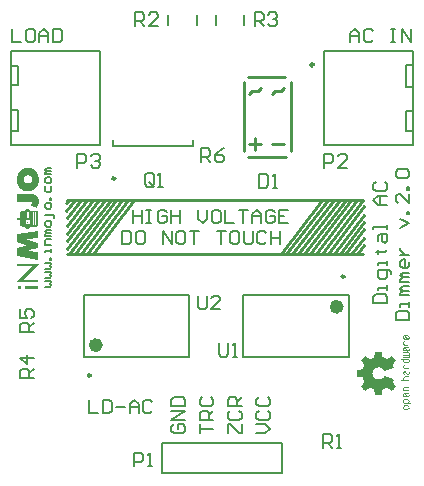
<source format=gto>
%FSLAX24Y24*%
%MOIN*%
G70*
G01*
G75*
G04 Layer_Color=65535*
%ADD10R,0.1024X0.0433*%
%ADD11R,0.0512X0.0591*%
%ADD12R,0.0591X0.0984*%
%ADD13R,0.2205X0.2677*%
%ADD14R,0.0591X0.0512*%
%ADD15R,0.0709X0.0906*%
%ADD16R,0.0551X0.0669*%
%ADD17C,0.0600*%
%ADD18C,0.0300*%
%ADD19C,0.0120*%
%ADD20C,0.0160*%
%ADD21C,0.1654*%
%ADD22C,0.0630*%
%ADD23R,0.0630X0.0630*%
%ADD24C,0.0709*%
%ADD25R,0.0709X0.0709*%
%ADD26C,0.0320*%
%ADD27C,0.0098*%
%ADD28C,0.0236*%
%ADD29C,0.0100*%
%ADD30C,0.0079*%
%ADD31C,0.0080*%
%ADD32C,0.0080*%
%ADD33C,0.0060*%
G36*
X13424Y2742D02*
X13427D01*
X13432Y2738D01*
X13442Y2733D01*
X13449Y2723D01*
X13454Y2718D01*
X13461Y2708D01*
X13468Y2694D01*
X13473Y2674D01*
Y2672D01*
Y2669D01*
X13471Y2655D01*
X13464Y2637D01*
X13449Y2620D01*
X13444Y2618D01*
X13434Y2611D01*
X13417Y2601D01*
X13395Y2598D01*
X13315D01*
X13305Y2601D01*
X13295Y2603D01*
X13293Y2606D01*
X13288Y2608D01*
X13271Y2620D01*
X13268Y2623D01*
X13266Y2628D01*
X13256Y2642D01*
Y2645D01*
X13254Y2652D01*
Y2662D01*
Y2674D01*
Y2677D01*
Y2684D01*
X13256Y2701D01*
Y2703D01*
X13258Y2708D01*
X13271Y2723D01*
X13273Y2725D01*
X13278Y2730D01*
X13285Y2738D01*
X13295Y2742D01*
X13298D01*
X13305Y2745D01*
X13315Y2747D01*
X13405D01*
X13424Y2742D01*
D02*
G37*
G36*
X771Y10670D02*
X779D01*
X800Y10668D01*
X825Y10663D01*
X851Y10658D01*
X878Y10650D01*
X903Y10639D01*
X904D01*
X906Y10638D01*
X909Y10636D01*
X915Y10634D01*
X927Y10627D01*
X943Y10617D01*
X961Y10604D01*
X979Y10590D01*
X999Y10573D01*
X1018Y10554D01*
X1020Y10552D01*
X1026Y10545D01*
X1034Y10534D01*
X1045Y10519D01*
X1056Y10500D01*
X1068Y10479D01*
X1079Y10454D01*
X1089Y10429D01*
Y10428D01*
X1091Y10425D01*
X1092Y10422D01*
X1093Y10416D01*
X1095Y10410D01*
X1098Y10402D01*
X1101Y10383D01*
X1106Y10360D01*
X1111Y10334D01*
X1113Y10306D01*
X1114Y10276D01*
Y10275D01*
Y10273D01*
Y10268D01*
Y10262D01*
X1113Y10255D01*
Y10247D01*
X1111Y10226D01*
X1108Y10203D01*
X1104Y10177D01*
X1098Y10150D01*
X1089Y10122D01*
Y10121D01*
X1088Y10118D01*
X1087Y10115D01*
X1085Y10110D01*
X1079Y10096D01*
X1071Y10080D01*
X1061Y10060D01*
X1048Y10039D01*
X1034Y10018D01*
X1018Y9997D01*
X1017D01*
X1016Y9994D01*
X1010Y9988D01*
X999Y9978D01*
X985Y9966D01*
X969Y9953D01*
X949Y9939D01*
X928Y9925D01*
X903Y9912D01*
X902D01*
X900Y9911D01*
X896Y9910D01*
X892Y9908D01*
X885Y9905D01*
X878Y9903D01*
X859Y9897D01*
X835Y9891D01*
X810Y9887D01*
X780Y9883D01*
X749Y9882D01*
X735D01*
X726Y9883D01*
X718D01*
X698Y9885D01*
X675Y9889D01*
X649Y9895D01*
X622Y9902D01*
X596Y9912D01*
X595D01*
X593Y9913D01*
X589Y9916D01*
X585Y9918D01*
X572Y9925D01*
X557Y9935D01*
X538Y9946D01*
X519Y9961D01*
X499Y9978D01*
X481Y9997D01*
Y9998D01*
X478Y9999D01*
X472Y10006D01*
X464Y10018D01*
X454Y10033D01*
X441Y10050D01*
X429Y10073D01*
X416Y10096D01*
X406Y10122D01*
Y10123D01*
X404Y10125D01*
X403Y10129D01*
X401Y10135D01*
X400Y10142D01*
X397Y10149D01*
X392Y10169D01*
X387Y10192D01*
X383Y10218D01*
X380Y10246D01*
X379Y10276D01*
Y10278D01*
Y10280D01*
Y10285D01*
Y10291D01*
X380Y10298D01*
Y10306D01*
X382Y10326D01*
X386Y10349D01*
X390Y10375D01*
X396Y10402D01*
X406Y10429D01*
Y10430D01*
X407Y10432D01*
X408Y10436D01*
X410Y10440D01*
X416Y10454D01*
X426Y10472D01*
X436Y10491D01*
X449Y10512D01*
X463Y10534D01*
X481Y10554D01*
Y10555D01*
X483Y10556D01*
X489Y10563D01*
X499Y10573D01*
X513Y10584D01*
X530Y10599D01*
X550Y10613D01*
X572Y10627D01*
X596Y10639D01*
X598D01*
X600Y10641D01*
X604Y10643D01*
X608Y10644D01*
X615Y10647D01*
X622Y10650D01*
X641Y10656D01*
X663Y10661D01*
X689Y10666D01*
X718Y10670D01*
X749Y10671D01*
X763D01*
X771Y10670D01*
D02*
G37*
G36*
X13424Y2950D02*
X13427D01*
X13432Y2945D01*
X13442Y2940D01*
X13449Y2930D01*
X13454Y2926D01*
X13461Y2916D01*
X13468Y2901D01*
X13473Y2882D01*
Y2877D01*
X13471Y2867D01*
X13466Y2852D01*
X13459Y2838D01*
X13534D01*
X13549Y2806D01*
X13315D01*
X13305Y2808D01*
X13295Y2811D01*
X13293Y2813D01*
X13288Y2816D01*
X13271Y2828D01*
X13268Y2830D01*
X13266Y2835D01*
X13256Y2850D01*
Y2852D01*
X13254Y2860D01*
Y2869D01*
Y2882D01*
Y2884D01*
Y2889D01*
X13256Y2906D01*
Y2908D01*
X13258Y2916D01*
X13271Y2930D01*
X13273Y2933D01*
X13278Y2938D01*
X13285Y2945D01*
X13295Y2950D01*
X13298D01*
X13305Y2952D01*
X13315Y2955D01*
X13405D01*
X13424Y2950D01*
D02*
G37*
G36*
X13473Y3340D02*
X13322D01*
X13317Y3338D01*
X13305Y3333D01*
X13302D01*
X13298Y3331D01*
X13293Y3326D01*
X13290Y3321D01*
X13285Y3311D01*
X13283Y3306D01*
Y3294D01*
Y3292D01*
Y3289D01*
X13285Y3277D01*
X13288Y3272D01*
X13298Y3262D01*
Y3260D01*
X13302Y3257D01*
X13310Y3253D01*
X13324Y3250D01*
X13459D01*
X13471Y3218D01*
X13315D01*
X13305Y3221D01*
X13295Y3223D01*
X13293Y3226D01*
X13288Y3228D01*
X13271Y3240D01*
X13268Y3243D01*
X13266Y3248D01*
X13256Y3262D01*
Y3265D01*
X13254Y3272D01*
Y3282D01*
Y3294D01*
Y3297D01*
Y3304D01*
X13256Y3321D01*
Y3323D01*
X13258Y3331D01*
X13271Y3348D01*
X13273Y3350D01*
X13278Y3353D01*
X13295Y3365D01*
X13298Y3367D01*
X13305Y3370D01*
X13315Y3372D01*
X13459D01*
X13473Y3340D01*
D02*
G37*
G36*
X13422Y3155D02*
X13424D01*
X13432Y3150D01*
X13439Y3145D01*
X13449Y3138D01*
X13454Y3133D01*
X13461Y3123D01*
X13468Y3109D01*
X13473Y3089D01*
Y3087D01*
Y3077D01*
X13471Y3067D01*
X13466Y3057D01*
X13464Y3055D01*
X13461Y3050D01*
X13449Y3033D01*
X13446D01*
X13442Y3028D01*
X13434Y3023D01*
X13424Y3018D01*
X13422D01*
X13417Y3016D01*
X13407Y3013D01*
X13315D01*
X13305Y3016D01*
X13295Y3018D01*
X13293Y3021D01*
X13288Y3023D01*
X13271Y3033D01*
X13268Y3035D01*
X13266Y3040D01*
X13256Y3057D01*
Y3060D01*
X13254Y3067D01*
Y3077D01*
Y3089D01*
Y3092D01*
Y3096D01*
X13256Y3113D01*
Y3116D01*
X13258Y3123D01*
X13271Y3140D01*
X13273Y3143D01*
X13278Y3148D01*
X13285Y3153D01*
X13295Y3155D01*
X13298D01*
X13302Y3157D01*
X13312Y3160D01*
X13341D01*
X13395Y3043D01*
X13398D01*
X13405Y3045D01*
X13415Y3050D01*
X13427Y3057D01*
Y3060D01*
X13432Y3062D01*
X13437Y3070D01*
Y3072D01*
X13439Y3074D01*
X13442Y3089D01*
Y3092D01*
Y3094D01*
X13437Y3106D01*
Y3109D01*
X13434Y3111D01*
X13427Y3121D01*
X13424D01*
X13422Y3123D01*
X13412Y3126D01*
X13410D01*
X13407Y3128D01*
X13395D01*
X13378Y3160D01*
X13405D01*
X13422Y3155D01*
D02*
G37*
G36*
X890Y9791D02*
X903Y9789D01*
X919Y9787D01*
X935Y9783D01*
X951Y9779D01*
X969Y9773D01*
X971Y9772D01*
X976Y9769D01*
X984Y9766D01*
X995Y9760D01*
X1008Y9753D01*
X1020Y9745D01*
X1033Y9734D01*
X1046Y9723D01*
X1047Y9721D01*
X1052Y9717D01*
X1058Y9710D01*
X1065Y9702D01*
X1073Y9690D01*
X1081Y9677D01*
X1089Y9663D01*
X1097Y9646D01*
X1098Y9644D01*
X1099Y9638D01*
X1102Y9630D01*
X1105Y9617D01*
X1108Y9603D01*
X1112Y9587D01*
X1113Y9568D01*
X1114Y9548D01*
Y9547D01*
Y9546D01*
Y9539D01*
X1113Y9528D01*
X1112Y9513D01*
X1109Y9497D01*
X1105Y9478D01*
X1100Y9457D01*
X1093Y9436D01*
Y9435D01*
X1092Y9433D01*
X1089Y9426D01*
X1084Y9416D01*
X1078Y9403D01*
X1070Y9387D01*
X1060Y9370D01*
X1048Y9354D01*
X1037Y9337D01*
X817Y9424D01*
X818D01*
X819Y9425D01*
X825Y9428D01*
X834Y9431D01*
X844Y9435D01*
X846Y9436D01*
X852Y9438D01*
X859Y9443D01*
X867Y9447D01*
X868Y9449D01*
X873Y9453D01*
X879Y9459D01*
X885Y9466D01*
X886Y9469D01*
X888Y9474D01*
X890Y9483D01*
X892Y9493D01*
Y9494D01*
Y9495D01*
X890Y9502D01*
X888Y9509D01*
X885Y9518D01*
X883Y9519D01*
X879Y9522D01*
X873Y9527D01*
X865Y9531D01*
X862Y9532D01*
X858Y9533D01*
X849Y9535D01*
X840Y9536D01*
X838D01*
X832Y9538D01*
X824Y9539D01*
X390D01*
Y9792D01*
X880D01*
X890Y9791D01*
D02*
G37*
G36*
X1102Y6631D02*
X667D01*
Y6715D01*
X1102D01*
Y6631D01*
D02*
G37*
G36*
X477Y6729D02*
X483Y6728D01*
X490Y6725D01*
X497Y6723D01*
X503Y6718D01*
X510Y6713D01*
X511Y6711D01*
X512Y6710D01*
X515Y6705D01*
X517Y6701D01*
X523Y6688D01*
X524Y6681D01*
X525Y6672D01*
Y6670D01*
Y6668D01*
X524Y6663D01*
X523Y6657D01*
X518Y6643D01*
X515Y6638D01*
X510Y6631D01*
X509Y6629D01*
X506Y6628D01*
X503Y6626D01*
X498Y6622D01*
X485Y6617D01*
X478Y6615D01*
X469Y6614D01*
X464D01*
X461Y6615D01*
X455Y6617D01*
X441Y6621D01*
X434Y6625D01*
X427Y6631D01*
X426Y6632D01*
X424Y6634D01*
X421Y6638D01*
X417Y6642D01*
X411Y6655D01*
X410Y6662D01*
X409Y6672D01*
Y6673D01*
Y6676D01*
X410Y6680D01*
X411Y6686D01*
X414Y6693D01*
X416Y6700D01*
X421Y6707D01*
X427Y6713D01*
X428Y6714D01*
X430Y6715D01*
X434Y6718D01*
X438Y6722D01*
X451Y6728D01*
X459Y6729D01*
X469Y6730D01*
X472D01*
X477Y6729D01*
D02*
G37*
G36*
X580Y6937D02*
X1102D01*
Y6850D01*
X368D01*
X920Y7376D01*
X401D01*
Y7464D01*
X1130D01*
X580Y6937D01*
D02*
G37*
G36*
X777Y9302D02*
X779Y9300D01*
X780Y9298D01*
X782Y9295D01*
X783Y9292D01*
Y9274D01*
X813D01*
X818Y9272D01*
X824Y9269D01*
X825Y9268D01*
X827Y9267D01*
X830Y9265D01*
X831Y9262D01*
Y9238D01*
X1026D01*
X1032Y9237D01*
X1039Y9235D01*
X1048Y9232D01*
X1057Y9228D01*
X1066Y9223D01*
X1075Y9214D01*
X1077Y9213D01*
X1079Y9211D01*
X1082Y9205D01*
X1086Y9199D01*
X1091Y9190D01*
X1094Y9180D01*
X1097Y9169D01*
X1098Y9156D01*
Y8781D01*
Y8780D01*
Y8779D01*
X1097Y8772D01*
X1095Y8761D01*
X1092Y8751D01*
Y8749D01*
X1091Y8748D01*
X1087Y8742D01*
X1082Y8734D01*
X1075Y8726D01*
X1073Y8725D01*
X1068Y8720D01*
X1060Y8714D01*
X1051Y8709D01*
X1050D01*
X1048Y8707D01*
X1041Y8706D01*
X1032Y8704D01*
X1022Y8703D01*
X831D01*
Y8682D01*
Y8680D01*
X830Y8679D01*
X827Y8676D01*
X824Y8673D01*
X822D01*
X819Y8672D01*
X814Y8671D01*
X808Y8670D01*
X783D01*
Y8652D01*
Y8651D01*
Y8650D01*
X782Y8646D01*
X779Y8644D01*
X778D01*
X777Y8643D01*
X774Y8642D01*
X772Y8641D01*
X701D01*
X698Y8642D01*
X695Y8644D01*
X694Y8645D01*
X693Y8646D01*
X691Y8649D01*
X690Y8652D01*
Y8670D01*
X674D01*
X669Y8671D01*
X664Y8673D01*
X663Y8675D01*
X661Y8676D01*
X659Y8678D01*
X657Y8682D01*
Y8703D01*
X566D01*
X559Y8704D01*
X550Y8705D01*
X539Y8709D01*
X538D01*
X537Y8710D01*
X530Y8713D01*
X522Y8719D01*
X513Y8726D01*
X511Y8728D01*
X506Y8733D01*
X500Y8741D01*
X495Y8751D01*
Y8752D01*
X493Y8753D01*
X490Y8760D01*
X488Y8769D01*
X486Y8781D01*
Y8947D01*
X447D01*
X445Y8946D01*
X443Y8943D01*
X438Y8937D01*
X431Y8931D01*
X429Y8930D01*
X424Y8928D01*
X416Y8925D01*
X407Y8924D01*
X404D01*
X397Y8925D01*
X388Y8929D01*
X379Y8936D01*
X378D01*
X376Y8938D01*
X372Y8944D01*
X368Y8952D01*
X366Y8958D01*
Y8964D01*
Y8965D01*
Y8967D01*
X367Y8974D01*
X372Y8984D01*
X374Y8988D01*
X379Y8993D01*
X381Y8995D01*
X387Y8999D01*
X395Y9002D01*
X407Y9005D01*
X409D01*
X415Y9004D01*
X422Y9001D01*
X431Y8997D01*
X433Y8995D01*
X437Y8992D01*
X442Y8985D01*
X445Y8976D01*
X486D01*
Y9156D01*
Y9157D01*
Y9159D01*
Y9162D01*
X488Y9166D01*
X490Y9177D01*
X495Y9189D01*
Y9190D01*
X496Y9191D01*
X499Y9198D01*
X505Y9206D01*
X513Y9214D01*
X516Y9217D01*
X520Y9220D01*
X529Y9226D01*
X539Y9231D01*
X540D01*
X541Y9232D01*
X548Y9234D01*
X558Y9237D01*
X568Y9238D01*
X657D01*
Y9262D01*
X659Y9265D01*
X660Y9266D01*
X664Y9269D01*
X666Y9271D01*
X668Y9272D01*
X673Y9273D01*
X678Y9274D01*
X690D01*
Y9292D01*
Y9293D01*
Y9294D01*
X693Y9298D01*
X695Y9300D01*
X696Y9301D01*
X697Y9302D01*
X701Y9303D01*
X774D01*
X777Y9302D01*
D02*
G37*
G36*
X1102Y8313D02*
X712Y8279D01*
Y8274D01*
X714D01*
X716Y8273D01*
X719D01*
X724Y8272D01*
X736Y8268D01*
X749Y8266D01*
X750D01*
X752Y8265D01*
X756D01*
X759Y8264D01*
X771Y8260D01*
X784Y8257D01*
X1102Y8153D01*
Y8002D01*
X801Y7910D01*
X800D01*
X798Y7909D01*
X793Y7908D01*
X787Y7906D01*
X773Y7903D01*
X758Y7899D01*
X755D01*
X750Y7898D01*
X744Y7897D01*
X729Y7896D01*
X712Y7893D01*
Y7885D01*
X716D01*
X721Y7884D01*
X726D01*
X741Y7883D01*
X756Y7882D01*
X764D01*
X769Y7881D01*
X783Y7879D01*
X799Y7878D01*
X1102Y7848D01*
Y7598D01*
X390Y7713D01*
Y7980D01*
X765Y8077D01*
Y8084D01*
X764D01*
X762Y8086D01*
X757D01*
X750Y8087D01*
X736Y8089D01*
X718Y8091D01*
X717D01*
X714Y8093D01*
X709Y8094D01*
X703Y8095D01*
X688Y8098D01*
X670Y8102D01*
X390Y8183D01*
Y8446D01*
X1102Y8563D01*
Y8313D01*
D02*
G37*
G36*
X13420Y5083D02*
X13429Y5078D01*
X13432D01*
X13437Y5074D01*
X13446Y5069D01*
X13454Y5059D01*
X13456Y5057D01*
X13461Y5052D01*
X13468Y5047D01*
X13473Y5037D01*
Y5035D01*
X13476Y5030D01*
X13478Y5022D01*
Y5010D01*
Y5008D01*
Y5000D01*
X13476Y4991D01*
X13473Y4981D01*
Y4978D01*
X13468Y4971D01*
X13464Y4964D01*
X13454Y4954D01*
X13451D01*
X13446Y4949D01*
X13439Y4944D01*
X13429Y4939D01*
X13427D01*
X13422Y4937D01*
X13405Y4934D01*
X13324D01*
X13315Y4937D01*
X13302Y4939D01*
X13300Y4942D01*
X13295Y4944D01*
X13278Y4954D01*
X13276Y4956D01*
X13273Y4961D01*
X13263Y4978D01*
Y4981D01*
X13261Y4988D01*
X13258Y4998D01*
Y5010D01*
Y5013D01*
Y5017D01*
X13263Y5035D01*
Y5037D01*
X13268Y5044D01*
X13273Y5054D01*
X13278Y5064D01*
X13280Y5066D01*
X13285Y5069D01*
X13302Y5078D01*
X13305Y5081D01*
X13310Y5083D01*
X13322Y5086D01*
X13351D01*
X13400Y4964D01*
X13403D01*
X13410Y4966D01*
X13420Y4971D01*
X13432Y4978D01*
X13434Y4981D01*
X13437Y4988D01*
X13442Y4998D01*
X13444Y5010D01*
Y5013D01*
X13442Y5020D01*
X13439Y5030D01*
X13432Y5042D01*
X13429Y5044D01*
X13422Y5049D01*
X13415Y5052D01*
X13405Y5054D01*
X13400D01*
X13385Y5086D01*
X13412D01*
X13420Y5083D01*
D02*
G37*
G36*
X13437Y4510D02*
X13444Y4507D01*
X13446D01*
X13449Y4505D01*
X13464Y4498D01*
X13466Y4495D01*
X13471Y4485D01*
X13476Y4471D01*
X13478Y4456D01*
Y4454D01*
X13476Y4444D01*
X13471Y4432D01*
X13464Y4422D01*
X13466Y4419D01*
X13471Y4410D01*
X13476Y4395D01*
X13478Y4380D01*
Y4378D01*
X13476Y4368D01*
X13471Y4356D01*
X13464Y4341D01*
X13461D01*
X13456Y4336D01*
X13444Y4332D01*
X13439D01*
X13432Y4329D01*
X13271D01*
X13256Y4361D01*
X13434D01*
X13437Y4363D01*
X13442Y4368D01*
Y4371D01*
X13444Y4373D01*
Y4375D01*
Y4380D01*
Y4383D01*
Y4388D01*
Y4390D01*
X13442Y4395D01*
Y4397D01*
X13439Y4400D01*
X13434Y4402D01*
X13432D01*
X13429Y4405D01*
X13271D01*
X13256Y4436D01*
X13434D01*
X13437Y4439D01*
X13442Y4444D01*
Y4446D01*
X13444Y4449D01*
Y4451D01*
Y4456D01*
Y4458D01*
Y4463D01*
Y4466D01*
X13442Y4471D01*
Y4473D01*
X13439Y4476D01*
X13434Y4478D01*
X13432D01*
X13429Y4480D01*
X13271D01*
X13256Y4512D01*
X13429D01*
X13437Y4510D01*
D02*
G37*
G36*
X13429Y4292D02*
X13432D01*
X13437Y4288D01*
X13446Y4283D01*
X13454Y4273D01*
X13456Y4270D01*
X13461Y4266D01*
X13468Y4258D01*
X13473Y4249D01*
Y4246D01*
X13476Y4241D01*
X13478Y4224D01*
Y4222D01*
Y4214D01*
X13476Y4205D01*
X13473Y4192D01*
Y4190D01*
X13468Y4185D01*
X13464Y4178D01*
X13454Y4170D01*
X13451Y4168D01*
X13446Y4166D01*
X13439Y4158D01*
X13429Y4153D01*
X13427D01*
X13422Y4151D01*
X13405Y4148D01*
X13324D01*
X13315Y4151D01*
X13302Y4153D01*
X13300Y4156D01*
X13295Y4158D01*
X13278Y4170D01*
X13276Y4173D01*
X13273Y4178D01*
X13263Y4192D01*
Y4195D01*
X13261Y4202D01*
X13258Y4212D01*
Y4224D01*
Y4227D01*
Y4231D01*
X13261Y4246D01*
Y4249D01*
X13263Y4253D01*
X13271Y4266D01*
X13193D01*
X13180Y4297D01*
X13412D01*
X13429Y4292D01*
D02*
G37*
G36*
X13346Y4856D02*
X13329D01*
X13322Y4854D01*
X13312Y4851D01*
X13302Y4844D01*
X13300D01*
X13298Y4839D01*
X13290Y4829D01*
X13288Y4825D01*
Y4812D01*
Y4808D01*
X13290Y4795D01*
X13293Y4790D01*
X13302Y4781D01*
X13305Y4778D01*
X13315Y4776D01*
X13320D01*
X13332Y4773D01*
X13464D01*
X13476Y4742D01*
X13334Y4739D01*
X13312D01*
X13302Y4742D01*
X13300D01*
X13295Y4746D01*
X13288Y4751D01*
X13278Y4761D01*
X13276Y4764D01*
X13273Y4768D01*
X13263Y4783D01*
Y4786D01*
X13261Y4793D01*
X13258Y4810D01*
Y4812D01*
Y4822D01*
X13261Y4832D01*
X13263Y4842D01*
Y4844D01*
X13266Y4851D01*
X13278Y4866D01*
X13280Y4869D01*
X13285Y4871D01*
X13302Y4881D01*
X13305Y4883D01*
X13310Y4886D01*
X13322Y4888D01*
X13334D01*
X13346Y4856D01*
D02*
G37*
G36*
X13476Y4661D02*
X13368Y4659D01*
X13395Y4595D01*
Y4593D01*
X13398Y4588D01*
X13400Y4581D01*
X13405Y4576D01*
X13407D01*
X13417Y4573D01*
X13427D01*
X13432Y4576D01*
X13437Y4578D01*
X13442Y4588D01*
Y4590D01*
X13444Y4595D01*
X13446Y4607D01*
Y4610D01*
Y4612D01*
X13444Y4620D01*
Y4622D01*
X13442Y4629D01*
X13473Y4639D01*
Y4637D01*
X13476Y4624D01*
Y4620D01*
X13478Y4607D01*
Y4605D01*
Y4598D01*
X13476Y4588D01*
X13473Y4576D01*
Y4573D01*
X13468Y4568D01*
X13464Y4561D01*
X13454Y4554D01*
X13451Y4551D01*
X13444Y4549D01*
X13434Y4544D01*
X13417Y4541D01*
X13412D01*
X13398Y4546D01*
X13390Y4551D01*
X13381Y4556D01*
X13371Y4566D01*
X13363Y4578D01*
X13332Y4661D01*
X13329D01*
X13322Y4659D01*
X13312Y4656D01*
X13302Y4646D01*
X13300D01*
X13298Y4642D01*
X13290Y4632D01*
X13288Y4627D01*
Y4615D01*
Y4612D01*
X13290Y4605D01*
X13293Y4595D01*
X13302Y4585D01*
X13305Y4583D01*
X13310Y4581D01*
X13320Y4576D01*
X13332Y4573D01*
X13346Y4541D01*
X13334Y4544D01*
X13312D01*
X13302Y4546D01*
X13300D01*
X13295Y4551D01*
X13288Y4556D01*
X13278Y4563D01*
X13276Y4566D01*
X13273Y4571D01*
X13263Y4588D01*
Y4590D01*
X13261Y4595D01*
X13258Y4605D01*
Y4615D01*
Y4617D01*
Y4624D01*
X13263Y4642D01*
Y4644D01*
X13268Y4651D01*
X13278Y4666D01*
X13280Y4668D01*
X13285Y4673D01*
X13293Y4678D01*
X13302Y4683D01*
X13305Y4685D01*
X13310Y4688D01*
X13322Y4690D01*
X13464D01*
X13476Y4661D01*
D02*
G37*
G36*
X12536Y4529D02*
Y4527D01*
X12538Y4524D01*
X12541Y4510D01*
Y4507D01*
X12543Y4500D01*
Y4498D01*
X12546Y4493D01*
X12570Y4351D01*
X12575Y4349D01*
X12577Y4346D01*
X12580Y4344D01*
X12717Y4290D01*
X12719Y4288D01*
X12721D01*
X12726Y4290D01*
X12846Y4368D01*
X12848Y4371D01*
X12853Y4373D01*
X12856Y4375D01*
X12861Y4378D01*
X12870Y4385D01*
X12873Y4388D01*
X12878Y4390D01*
X12880D01*
X12883Y4385D01*
X12897Y4375D01*
X12907Y4363D01*
X12946Y4329D01*
X12958Y4317D01*
X12992Y4283D01*
X13005Y4270D01*
X13014Y4258D01*
Y4256D01*
X13017Y4251D01*
Y4249D01*
X13014Y4244D01*
X13007Y4231D01*
X13005Y4229D01*
X13002Y4224D01*
X13000Y4222D01*
X12995Y4217D01*
X12917Y4105D01*
X12914Y4102D01*
Y4097D01*
X12917Y4092D01*
X12929Y4070D01*
X12931Y4068D01*
X12934Y4063D01*
Y4061D01*
X12936Y4053D01*
X12953Y4031D01*
Y4029D01*
Y4024D01*
X12951Y4022D01*
X12948Y4019D01*
X12922Y4007D01*
X12919D01*
X12914Y4004D01*
X12907D01*
X12670Y3904D01*
X12668D01*
X12663Y3902D01*
X12660D01*
X12656Y3899D01*
X12638Y3892D01*
X12636D01*
X12634Y3890D01*
X12631Y3892D01*
X12629Y3895D01*
X12616Y3912D01*
X12614Y3914D01*
X12612D01*
X12609Y3917D01*
Y3919D01*
X12607Y3921D01*
X12604Y3926D01*
X12599Y3934D01*
X12590Y3943D01*
X12568Y3965D01*
X12538Y3987D01*
X12536Y3990D01*
X12531Y3992D01*
X12521Y3997D01*
X12509Y4002D01*
X12494Y4007D01*
X12477Y4009D01*
X12458Y4014D01*
X12421D01*
X12411Y4012D01*
X12385Y4007D01*
X12358Y3997D01*
X12355D01*
X12350Y3995D01*
X12336Y3987D01*
X12316Y3973D01*
X12294Y3953D01*
X12292D01*
X12289Y3948D01*
X12280Y3936D01*
X12265Y3914D01*
X12253Y3890D01*
Y3887D01*
X12250Y3882D01*
X12248Y3875D01*
X12243Y3865D01*
X12238Y3841D01*
X12236Y3812D01*
Y3809D01*
Y3804D01*
Y3797D01*
X12238Y3785D01*
X12243Y3760D01*
X12253Y3731D01*
Y3729D01*
X12255Y3726D01*
X12263Y3709D01*
X12277Y3690D01*
X12294Y3668D01*
X12299Y3663D01*
X12311Y3653D01*
X12333Y3638D01*
X12358Y3624D01*
X12360D01*
X12365Y3621D01*
X12372Y3619D01*
X12382Y3616D01*
X12407Y3611D01*
X12438Y3609D01*
X12448D01*
X12458Y3611D01*
X12470D01*
X12504Y3619D01*
X12538Y3633D01*
X12541Y3636D01*
X12546Y3638D01*
X12553Y3643D01*
X12563Y3653D01*
X12587Y3672D01*
X12609Y3702D01*
X12612Y3704D01*
X12614Y3707D01*
Y3709D01*
X12616Y3714D01*
X12629Y3729D01*
Y3731D01*
X12634Y3733D01*
X12638D01*
X12656Y3726D01*
X12658Y3724D01*
X12663Y3721D01*
X12665D01*
X12670Y3719D01*
X12907Y3621D01*
X12909Y3619D01*
X12914Y3616D01*
X12917D01*
X12922Y3614D01*
X12948Y3604D01*
X12951Y3602D01*
X12953Y3599D01*
Y3597D01*
Y3594D01*
X12936Y3570D01*
Y3568D01*
X12934Y3563D01*
X12931Y3560D01*
X12929Y3555D01*
X12917Y3531D01*
X12914Y3528D01*
Y3524D01*
Y3521D01*
X12917Y3516D01*
X12995Y3404D01*
X12997Y3402D01*
X13002Y3397D01*
X13005Y3394D01*
X13007Y3389D01*
X13014Y3377D01*
X13017Y3375D01*
Y3370D01*
X13014Y3365D01*
X13005Y3353D01*
X12992Y3343D01*
X12958Y3306D01*
X12946Y3294D01*
X12907Y3257D01*
X12897Y3245D01*
X12883Y3233D01*
X12870D01*
X12861Y3245D01*
X12858D01*
X12853Y3248D01*
X12851Y3250D01*
X12846Y3253D01*
X12726Y3336D01*
X12717D01*
X12580Y3279D01*
X12577Y3277D01*
X12575Y3275D01*
X12573Y3272D01*
X12570Y3270D01*
X12546Y3131D01*
X12543Y3128D01*
Y3121D01*
X12541Y3118D01*
Y3113D01*
X12538Y3094D01*
Y3092D01*
X12536Y3089D01*
X12534D01*
X12531Y3087D01*
X12341D01*
X12338Y3089D01*
X12336Y3094D01*
X12333Y3113D01*
Y3116D01*
Y3121D01*
Y3123D01*
X12328Y3131D01*
X12302Y3272D01*
Y3275D01*
Y3279D01*
X12299Y3282D01*
X12294Y3284D01*
X12167Y3338D01*
X12155D01*
X12031Y3253D01*
X12028Y3250D01*
X12023Y3248D01*
X12021D01*
X12016Y3245D01*
X12004Y3233D01*
X12001D01*
X11996Y3231D01*
X11994Y3233D01*
X11989D01*
X11977Y3245D01*
X11965Y3257D01*
X11931Y3294D01*
X11918Y3306D01*
X11884Y3343D01*
X11872Y3353D01*
X11862Y3365D01*
Y3367D01*
X11860Y3370D01*
Y3372D01*
X11862Y3377D01*
X11870Y3389D01*
Y3392D01*
X11872Y3394D01*
X11879Y3404D01*
X11965Y3531D01*
Y3533D01*
X11967Y3536D01*
Y3538D01*
X11965Y3543D01*
X11916Y3668D01*
Y3670D01*
X11913Y3675D01*
X11911Y3677D01*
X11909D01*
X11757Y3707D01*
X11740D01*
X11721Y3712D01*
X11716D01*
X11713Y3714D01*
Y3719D01*
Y3738D01*
Y3753D01*
Y3804D01*
Y3819D01*
Y3870D01*
Y3885D01*
Y3904D01*
Y3907D01*
X11716Y3909D01*
X11718Y3912D01*
X11721Y3914D01*
X11740Y3917D01*
X11747D01*
X11750Y3919D01*
X11757D01*
X11909Y3946D01*
X11911D01*
X11913Y3948D01*
Y3951D01*
X11916Y3956D01*
X11965Y4075D01*
Y4078D01*
X11967Y4080D01*
Y4085D01*
X11965Y4092D01*
X11879Y4214D01*
X11877Y4217D01*
X11874Y4222D01*
X11872Y4224D01*
X11870Y4229D01*
X11862Y4241D01*
X11860Y4244D01*
X11857Y4249D01*
Y4251D01*
X11862Y4256D01*
X11872Y4268D01*
X11884Y4280D01*
X11918Y4314D01*
X11931Y4327D01*
X11965Y4361D01*
X11977Y4373D01*
X11989Y4385D01*
X11992Y4388D01*
X11999D01*
X12004Y4385D01*
X12016Y4375D01*
X12018Y4373D01*
X12023Y4371D01*
X12026Y4368D01*
X12031Y4366D01*
X12155Y4283D01*
X12158D01*
X12162Y4280D01*
X12167D01*
X12294Y4334D01*
Y4336D01*
X12297Y4339D01*
X12299Y4341D01*
X12302Y4344D01*
X12328Y4490D01*
X12331Y4493D01*
X12333Y4498D01*
Y4500D01*
Y4507D01*
X12336Y4522D01*
Y4524D01*
X12338Y4527D01*
X12341Y4529D01*
X12346Y4532D01*
X12365Y4534D01*
X12380Y4532D01*
X12429Y4534D01*
X12446Y4532D01*
X12497Y4534D01*
X12512Y4532D01*
X12531Y4534D01*
X12534D01*
X12536Y4529D01*
D02*
G37*
G36*
X13346Y4065D02*
X13327D01*
X13315Y4063D01*
X13312D01*
X13310Y4061D01*
X13302Y4058D01*
X13300D01*
X13298Y4053D01*
X13290Y4043D01*
X13288Y4039D01*
Y4026D01*
Y4024D01*
X13290Y4017D01*
X13293Y4007D01*
X13302Y3995D01*
X13305Y3992D01*
X13310Y3990D01*
X13320Y3985D01*
X13332Y3982D01*
X13464D01*
X13476Y3951D01*
X13322D01*
X13312Y3953D01*
X13302Y3956D01*
X13300Y3958D01*
X13295Y3961D01*
X13278Y3973D01*
X13276Y3975D01*
X13273Y3980D01*
X13263Y3995D01*
Y3997D01*
X13261Y4004D01*
X13258Y4014D01*
Y4026D01*
Y4029D01*
Y4036D01*
X13263Y4053D01*
Y4056D01*
X13266Y4061D01*
X13271Y4070D01*
X13278Y4080D01*
X13280Y4083D01*
X13285Y4085D01*
X13302Y4095D01*
X13305Y4097D01*
X13310Y4100D01*
X13322Y4102D01*
X13334D01*
X13346Y4065D01*
D02*
G37*
G36*
X13476Y3875D02*
X13368D01*
X13395Y3807D01*
Y3804D01*
X13398Y3802D01*
X13405Y3790D01*
X13407Y3787D01*
X13412Y3785D01*
X13417Y3782D01*
X13420D01*
X13424Y3785D01*
X13427Y3787D01*
X13432Y3792D01*
X13434Y3795D01*
X13439Y3799D01*
X13444Y3807D01*
X13446Y3819D01*
Y3821D01*
Y3824D01*
X13444Y3831D01*
Y3834D01*
Y3836D01*
X13442Y3843D01*
X13473Y3856D01*
Y3851D01*
X13476Y3838D01*
Y3836D01*
Y3834D01*
X13478Y3819D01*
Y3816D01*
Y3812D01*
X13476Y3802D01*
X13473Y3792D01*
Y3790D01*
X13468Y3785D01*
X13464Y3777D01*
X13454Y3770D01*
X13451Y3768D01*
X13449Y3765D01*
X13437Y3755D01*
X13432D01*
X13417Y3753D01*
X13412D01*
X13398Y3758D01*
X13390Y3763D01*
X13381Y3770D01*
X13371Y3780D01*
X13363Y3792D01*
X13332Y3875D01*
X13329D01*
X13322Y3873D01*
X13312Y3870D01*
X13302Y3860D01*
X13300D01*
X13298Y3856D01*
X13290Y3846D01*
X13288Y3841D01*
Y3829D01*
Y3826D01*
Y3824D01*
X13290Y3812D01*
X13293Y3807D01*
X13302Y3797D01*
X13305Y3795D01*
X13315Y3787D01*
X13317D01*
X13320Y3785D01*
X13332Y3782D01*
X13346Y3758D01*
X13312D01*
X13302Y3760D01*
X13300D01*
X13295Y3765D01*
X13288Y3770D01*
X13278Y3780D01*
X13276Y3782D01*
X13273Y3787D01*
X13263Y3799D01*
Y3802D01*
X13261Y3807D01*
X13258Y3816D01*
Y3829D01*
Y3831D01*
Y3838D01*
X13263Y3858D01*
Y3860D01*
X13268Y3868D01*
X13278Y3882D01*
X13280Y3885D01*
X13285Y3887D01*
X13302Y3899D01*
X13305Y3902D01*
X13310Y3904D01*
X13322Y3907D01*
X13464D01*
X13476Y3875D01*
D02*
G37*
G36*
Y3677D02*
X13329D01*
X13322Y3675D01*
X13312Y3672D01*
X13300Y3663D01*
X13298Y3660D01*
X13293Y3655D01*
X13290Y3643D01*
X13288Y3631D01*
Y3626D01*
X13290Y3614D01*
X13293Y3609D01*
X13300Y3599D01*
X13305Y3597D01*
X13315Y3594D01*
X13320D01*
X13327Y3592D01*
X13464D01*
X13476Y3560D01*
X13193D01*
X13180Y3592D01*
X13268D01*
X13266Y3597D01*
X13263Y3602D01*
X13261Y3609D01*
Y3611D01*
X13258Y3616D01*
Y3631D01*
Y3633D01*
Y3641D01*
X13263Y3660D01*
Y3663D01*
X13268Y3670D01*
X13278Y3685D01*
X13280Y3687D01*
X13285Y3690D01*
X13302Y3702D01*
X13305Y3704D01*
X13310Y3707D01*
X13322Y3709D01*
X13464D01*
X13476Y3677D01*
D02*
G37*
%LPC*%
G36*
X819Y8937D02*
X680D01*
X678Y8936D01*
X677D01*
Y8933D01*
Y8931D01*
Y8780D01*
Y8779D01*
Y8778D01*
Y8776D01*
X678Y8775D01*
X821D01*
X822Y8776D01*
X824Y8778D01*
Y8780D01*
Y8931D01*
Y8932D01*
Y8933D01*
X822Y8935D01*
X821Y8936D01*
X820D01*
X819Y8937D01*
D02*
G37*
G36*
X13329Y5054D02*
X13324D01*
X13312Y5049D01*
X13310D01*
X13307Y5047D01*
X13302Y5042D01*
X13300Y5039D01*
X13295Y5032D01*
X13290Y5022D01*
X13288Y5010D01*
Y5008D01*
X13290Y4998D01*
X13293Y4988D01*
X13302Y4978D01*
X13305Y4976D01*
X13310Y4971D01*
X13320Y4966D01*
X13332Y4964D01*
X13368D01*
X13329Y5054D01*
D02*
G37*
G36*
X927Y9176D02*
Y8768D01*
X968D01*
Y9175D01*
X927Y9176D01*
D02*
G37*
G36*
X1026D02*
X986D01*
Y8768D01*
X1026D01*
Y9176D01*
D02*
G37*
G36*
X13405Y4266D02*
X13329D01*
X13317Y4261D01*
X13315D01*
X13312Y4258D01*
X13302Y4256D01*
X13300Y4253D01*
X13298Y4251D01*
X13290Y4236D01*
X13288Y4231D01*
Y4219D01*
Y4217D01*
X13290Y4209D01*
X13293Y4202D01*
X13302Y4192D01*
X13305Y4190D01*
X13310Y4188D01*
X13320Y4183D01*
X13329Y4180D01*
X13407D01*
X13412Y4183D01*
X13422Y4185D01*
X13432Y4192D01*
Y4195D01*
X13437Y4197D01*
X13442Y4207D01*
Y4209D01*
X13444Y4212D01*
X13446Y4224D01*
Y4227D01*
Y4229D01*
X13442Y4239D01*
Y4241D01*
X13439Y4244D01*
X13432Y4256D01*
X13429D01*
X13427Y4258D01*
X13417Y4261D01*
X13415Y4263D01*
X13405Y4266D01*
D02*
G37*
G36*
X752Y10410D02*
X742D01*
X735Y10409D01*
X718Y10405D01*
X700Y10399D01*
X698D01*
X695Y10398D01*
X690Y10396D01*
X684Y10392D01*
X670Y10384D01*
X655Y10373D01*
X654Y10371D01*
X652Y10370D01*
X648Y10365D01*
X643Y10361D01*
X634Y10348D01*
X625Y10332D01*
Y10330D01*
X622Y10327D01*
X621Y10322D01*
X619Y10315D01*
X616Y10307D01*
X615Y10298D01*
X613Y10276D01*
Y10275D01*
Y10271D01*
Y10265D01*
X614Y10258D01*
X618Y10239D01*
X625Y10220D01*
Y10219D01*
X627Y10217D01*
X629Y10212D01*
X633Y10206D01*
X642Y10192D01*
X655Y10178D01*
X656Y10177D01*
X659Y10176D01*
X662Y10172D01*
X668Y10169D01*
X674Y10165D01*
X682Y10161D01*
X700Y10152D01*
X701D01*
X704Y10151D01*
X709Y10150D01*
X715Y10148D01*
X723Y10147D01*
X732Y10144D01*
X752Y10143D01*
X758D01*
X763Y10144D01*
X773Y10145D01*
X787Y10148D01*
X804Y10152D01*
X820Y10158D01*
X837Y10168D01*
X852Y10179D01*
X853Y10182D01*
X858Y10186D01*
X863Y10195D01*
X870Y10205D01*
X878Y10219D01*
X883Y10237D01*
X888Y10255D01*
X889Y10276D01*
Y10278D01*
Y10279D01*
X888Y10286D01*
X887Y10298D01*
X885Y10310D01*
X880Y10326D01*
X873Y10342D01*
X865Y10357D01*
X852Y10373D01*
X849Y10374D01*
X845Y10378D01*
X837Y10384D01*
X825Y10391D01*
X811Y10398D01*
X794Y10404D01*
X774Y10409D01*
X752Y10410D01*
D02*
G37*
G36*
X13398Y2713D02*
X13320D01*
X13307Y2711D01*
X13305D01*
X13302Y2708D01*
X13293Y2701D01*
X13290Y2696D01*
X13288Y2686D01*
X13285Y2681D01*
Y2669D01*
Y2664D01*
X13288Y2655D01*
X13290Y2652D01*
X13293Y2642D01*
X13298Y2637D01*
X13307Y2633D01*
X13312D01*
X13324Y2630D01*
X13400D01*
X13407Y2633D01*
X13417Y2635D01*
X13427Y2642D01*
X13429Y2645D01*
X13434Y2652D01*
X13439Y2662D01*
X13442Y2674D01*
Y2677D01*
X13439Y2684D01*
X13434Y2691D01*
X13427Y2701D01*
X13424Y2703D01*
X13420Y2708D01*
X13410Y2711D01*
X13398Y2713D01*
D02*
G37*
G36*
X13324Y3128D02*
X13320D01*
X13307Y3126D01*
X13305D01*
X13302Y3123D01*
X13293Y3121D01*
X13290Y3116D01*
X13285Y3104D01*
Y3101D01*
X13283Y3099D01*
Y3084D01*
Y3079D01*
X13285Y3070D01*
X13288Y3067D01*
X13293Y3057D01*
X13298Y3052D01*
X13307Y3045D01*
X13312D01*
X13324Y3043D01*
X13361D01*
X13324Y3128D01*
D02*
G37*
G36*
X772Y9176D02*
X724D01*
X721Y9173D01*
X718Y9171D01*
X717Y9170D01*
X714Y9169D01*
Y9012D01*
Y9011D01*
Y9009D01*
X715Y9007D01*
X717Y9006D01*
X779D01*
X780Y9007D01*
X782Y9009D01*
X783Y9012D01*
Y9169D01*
X782Y9170D01*
X779Y9171D01*
X778Y9172D01*
X777Y9173D01*
X774Y9175D01*
X772Y9176D01*
D02*
G37*
G36*
X13398Y2923D02*
X13320D01*
X13307Y2918D01*
X13305D01*
X13302Y2916D01*
X13293Y2913D01*
X13290Y2908D01*
X13288Y2896D01*
Y2894D01*
X13285Y2891D01*
Y2877D01*
Y2872D01*
X13288Y2862D01*
X13290Y2860D01*
X13293Y2850D01*
X13298Y2845D01*
X13307Y2840D01*
X13312D01*
X13324Y2838D01*
X13400D01*
X13407Y2840D01*
X13417Y2843D01*
X13427Y2850D01*
X13429Y2852D01*
X13434Y2860D01*
X13439Y2869D01*
X13442Y2882D01*
Y2884D01*
Y2886D01*
X13437Y2896D01*
Y2899D01*
X13434Y2901D01*
X13427Y2913D01*
X13422Y2916D01*
X13412Y2918D01*
X13410D01*
X13407Y2921D01*
X13398Y2923D01*
D02*
G37*
%LPD*%
G36*
X759Y9075D02*
X731D01*
Y9104D01*
X759D01*
Y9075D01*
D02*
G37*
G36*
Y8837D02*
X731D01*
Y8868D01*
X759D01*
Y8837D01*
D02*
G37*
D27*
X3659Y10315D02*
G03*
X3659Y10315I-49J0D01*
G01*
X2848Y3750D02*
G03*
X2848Y3750I-49J0D01*
G01*
X11305Y7037D02*
G03*
X11305Y7037I-49J0D01*
G01*
D28*
X3130Y4754D02*
G03*
X3130Y4754I-118J0D01*
G01*
X11161Y6033D02*
G03*
X11161Y6033I-118J0D01*
G01*
D29*
X10280Y14106D02*
G03*
X10280Y14106I-56J0D01*
G01*
X11758Y7826D02*
X11958Y8088D01*
X11561Y7826D02*
X11954Y8318D01*
X11365Y7826D02*
X11968Y8622D01*
X2036Y9488D02*
X2126Y9606D01*
X2032Y9224D02*
X2323Y9606D01*
X2043Y8980D02*
X2520Y9606D01*
X2047Y8740D02*
X2717Y9606D01*
X2047Y8465D02*
X2913Y9606D01*
X2047Y8228D02*
X3110Y9606D01*
X2047Y7953D02*
X3307Y9606D01*
X10354Y7795D02*
X11732Y9606D01*
X10551Y7795D02*
X11929Y9606D01*
X10748Y7795D02*
X11954Y9381D01*
X10945Y7795D02*
X11955Y9105D01*
X11142Y7795D02*
X11968Y8858D01*
X9370Y7795D02*
X10748Y9606D01*
X9567Y7795D02*
X10945Y9606D01*
X9764Y7795D02*
X11142Y9606D01*
X9961Y7795D02*
X11339Y9606D01*
X10157Y7795D02*
X11535Y9606D01*
X9173Y7795D02*
X10551Y9606D01*
X2913Y7795D02*
X4291Y9606D01*
X2717Y7795D02*
X4094Y9606D01*
X2520Y7795D02*
X3898Y9606D01*
X2323Y7795D02*
X3701Y9606D01*
X2126Y7795D02*
X3504Y9606D01*
X2047Y7795D02*
X11929D01*
X2047Y9606D02*
X11929D01*
X9516Y11213D02*
Y13516D01*
X8098Y13705D02*
X9307D01*
X8083Y11024D02*
X9350D01*
X7941Y11213D02*
Y13516D01*
X8520Y13339D02*
X8420Y13239D01*
X8220D01*
X8120Y13139D01*
X8516Y11468D02*
X8116D01*
X8316Y11268D02*
Y11668D01*
X9291Y11464D02*
X8891D01*
X9295Y13339D02*
X9195Y13239D01*
X8995D01*
X8895Y13139D01*
D30*
X5209Y484D02*
Y1484D01*
X9209D01*
X5209Y484D02*
X9209D01*
Y1484D01*
X6378Y15433D02*
Y15748D01*
X5433Y15433D02*
Y15748D01*
X7953Y15433D02*
Y15748D01*
X7008Y15433D02*
Y15748D01*
X3602Y11378D02*
Y11594D01*
Y11378D02*
X6240D01*
Y11594D01*
X2618Y4360D02*
X6122D01*
X2618Y6427D02*
X6122D01*
X2618Y4360D02*
Y6427D01*
X6122Y4360D02*
Y6427D01*
X7933Y6427D02*
X11437D01*
X7933Y4360D02*
X11437D01*
Y6427D01*
X7933Y4360D02*
Y6427D01*
D31*
X213Y11886D02*
X429D01*
Y12591D01*
X201D02*
X429D01*
X197Y11417D02*
Y14543D01*
Y11417D02*
X3150D01*
X197Y13409D02*
X433D01*
Y14071D01*
X197D02*
X433D01*
X13350Y14075D02*
X13567D01*
X13350Y13370D02*
Y14075D01*
Y13370D02*
X13579D01*
X13583Y11417D02*
Y14543D01*
X10630D02*
X13583D01*
X13346Y12551D02*
X13583D01*
X13346Y11890D02*
Y12551D01*
Y11890D02*
X13583D01*
X8465Y10450D02*
Y10000D01*
X8689D01*
X8764Y10075D01*
Y10375D01*
X8689Y10450D01*
X8465D01*
X8914Y10000D02*
X9064D01*
X8989D01*
Y10450D01*
X8914Y10375D01*
X4291Y709D02*
Y1159D01*
X4516D01*
X4591Y1084D01*
Y934D01*
X4516Y859D01*
X4291D01*
X4741Y709D02*
X4891D01*
X4816D01*
Y1159D01*
X4741Y1084D01*
X10630Y10669D02*
Y11119D01*
X10855D01*
X10930Y11044D01*
Y10894D01*
X10855Y10819D01*
X10630D01*
X11380Y10669D02*
X11080D01*
X11380Y10969D01*
Y11044D01*
X11305Y11119D01*
X11155D01*
X11080Y11044D01*
X2402Y10669D02*
Y11119D01*
X2627D01*
X2701Y11044D01*
Y10894D01*
X2627Y10819D01*
X2402D01*
X2851Y11044D02*
X2926Y11119D01*
X3076D01*
X3151Y11044D01*
Y10969D01*
X3076Y10894D01*
X3001D01*
X3076D01*
X3151Y10819D01*
Y10744D01*
X3076Y10669D01*
X2926D01*
X2851Y10744D01*
X4946Y10114D02*
Y10414D01*
X4871Y10489D01*
X4721D01*
X4646Y10414D01*
Y10114D01*
X4721Y10039D01*
X4871D01*
X4796Y10189D02*
X4946Y10039D01*
X4871D02*
X4946Y10114D01*
X5096Y10039D02*
X5245D01*
X5170D01*
Y10489D01*
X5096Y10414D01*
X10591Y1339D02*
Y1788D01*
X10815D01*
X10890Y1713D01*
Y1564D01*
X10815Y1489D01*
X10591D01*
X10740D02*
X10890Y1339D01*
X11040D02*
X11190D01*
X11115D01*
Y1788D01*
X11040Y1713D01*
X4331Y15394D02*
Y15844D01*
X4556D01*
X4631Y15769D01*
Y15619D01*
X4556Y15544D01*
X4331D01*
X4481D02*
X4631Y15394D01*
X5080D02*
X4781D01*
X5080Y15694D01*
Y15769D01*
X5005Y15844D01*
X4856D01*
X4781Y15769D01*
X8307Y15394D02*
Y15844D01*
X8532D01*
X8607Y15769D01*
Y15619D01*
X8532Y15544D01*
X8307D01*
X8457D02*
X8607Y15394D01*
X8757Y15769D02*
X8832Y15844D01*
X8982D01*
X9057Y15769D01*
Y15694D01*
X8982Y15619D01*
X8907D01*
X8982D01*
X9057Y15544D01*
Y15469D01*
X8982Y15394D01*
X8832D01*
X8757Y15469D01*
X945Y3661D02*
X495D01*
Y3886D01*
X570Y3961D01*
X720D01*
X795Y3886D01*
Y3661D01*
Y3811D02*
X945Y3961D01*
Y4336D02*
X495D01*
X720Y4111D01*
Y4411D01*
X945Y5197D02*
X495D01*
Y5422D01*
X570Y5497D01*
X720D01*
X795Y5422D01*
Y5197D01*
Y5347D02*
X945Y5497D01*
X495Y5947D02*
Y5647D01*
X720D01*
X645Y5797D01*
Y5872D01*
X720Y5947D01*
X870D01*
X945Y5872D01*
Y5722D01*
X870Y5647D01*
X6535Y10866D02*
Y11316D01*
X6760D01*
X6835Y11241D01*
Y11091D01*
X6760Y11016D01*
X6535D01*
X6685D02*
X6835Y10866D01*
X7285Y11316D02*
X7135Y11241D01*
X6985Y11091D01*
Y10941D01*
X7060Y10866D01*
X7210D01*
X7285Y10941D01*
Y11016D01*
X7210Y11091D01*
X6985D01*
X7126Y4820D02*
Y4445D01*
X7201Y4370D01*
X7351D01*
X7426Y4445D01*
Y4820D01*
X7576Y4370D02*
X7726D01*
X7651D01*
Y4820D01*
X7576Y4745D01*
X6417Y6395D02*
Y6020D01*
X6492Y5945D01*
X6642D01*
X6717Y6020D01*
Y6395D01*
X7167Y5945D02*
X6867D01*
X7167Y6245D01*
Y6320D01*
X7092Y6395D01*
X6942D01*
X6867Y6320D01*
X3898Y8560D02*
Y8110D01*
X4123D01*
X4198Y8185D01*
Y8485D01*
X4123Y8560D01*
X3898D01*
X4572D02*
X4422D01*
X4347Y8485D01*
Y8185D01*
X4422Y8110D01*
X4572D01*
X4647Y8185D01*
Y8485D01*
X4572Y8560D01*
X5247Y8110D02*
Y8560D01*
X5547Y8110D01*
Y8560D01*
X5922D02*
X5772D01*
X5697Y8485D01*
Y8185D01*
X5772Y8110D01*
X5922D01*
X5997Y8185D01*
Y8485D01*
X5922Y8560D01*
X6147D02*
X6447D01*
X6297D01*
Y8110D01*
X7047Y8560D02*
X7347D01*
X7197D01*
Y8110D01*
X7721Y8560D02*
X7571D01*
X7496Y8485D01*
Y8185D01*
X7571Y8110D01*
X7721D01*
X7796Y8185D01*
Y8485D01*
X7721Y8560D01*
X7946D02*
Y8185D01*
X8021Y8110D01*
X8171D01*
X8246Y8185D01*
Y8560D01*
X8696Y8485D02*
X8621Y8560D01*
X8471D01*
X8396Y8485D01*
Y8185D01*
X8471Y8110D01*
X8621D01*
X8696Y8185D01*
X8846Y8560D02*
Y8110D01*
Y8335D01*
X9146D01*
Y8560D01*
Y8110D01*
X13015Y5591D02*
X13465D01*
Y5815D01*
X13390Y5890D01*
X13090D01*
X13015Y5815D01*
Y5591D01*
X13465Y6040D02*
Y6190D01*
Y6115D01*
X13165D01*
Y6040D01*
X13465Y6415D02*
X13165D01*
Y6490D01*
X13240Y6565D01*
X13465D01*
X13240D01*
X13165Y6640D01*
X13240Y6715D01*
X13465D01*
Y6865D02*
X13165D01*
Y6940D01*
X13240Y7015D01*
X13465D01*
X13240D01*
X13165Y7090D01*
X13240Y7165D01*
X13465D01*
Y7540D02*
Y7390D01*
X13390Y7315D01*
X13240D01*
X13165Y7390D01*
Y7540D01*
X13240Y7615D01*
X13315D01*
Y7315D01*
X13165Y7765D02*
X13465D01*
X13315D01*
X13240Y7840D01*
X13165Y7915D01*
Y7990D01*
Y8665D02*
X13465Y8814D01*
X13165Y8964D01*
X13465Y9114D02*
X13390D01*
Y9189D01*
X13465D01*
Y9114D01*
Y9789D02*
Y9489D01*
X13165Y9789D01*
X13090D01*
X13015Y9714D01*
Y9564D01*
X13090Y9489D01*
X13465Y9939D02*
X13390D01*
Y10014D01*
X13465D01*
Y9939D01*
X13090Y10314D02*
X13015Y10389D01*
Y10539D01*
X13090Y10614D01*
X13390D01*
X13465Y10539D01*
Y10389D01*
X13390Y10314D01*
X13090D01*
X5609Y2111D02*
X5534Y2036D01*
Y1886D01*
X5609Y1811D01*
X5909D01*
X5984Y1886D01*
Y2036D01*
X5909Y2111D01*
X5759D01*
Y1961D01*
X5984Y2261D02*
X5534D01*
X5984Y2561D01*
X5534D01*
Y2711D02*
X5984D01*
Y2936D01*
X5909Y3011D01*
X5609D01*
X5534Y2936D01*
Y2711D01*
X6479Y1811D02*
Y2111D01*
Y1961D01*
X6929D01*
Y2261D02*
X6479D01*
Y2486D01*
X6554Y2561D01*
X6704D01*
X6779Y2486D01*
Y2261D01*
Y2411D02*
X6929Y2561D01*
X6554Y3011D02*
X6479Y2936D01*
Y2786D01*
X6554Y2711D01*
X6854D01*
X6929Y2786D01*
Y2936D01*
X6854Y3011D01*
X7424Y1811D02*
Y2111D01*
X7499D01*
X7799Y1811D01*
X7874D01*
Y2111D01*
X7499Y2561D02*
X7424Y2486D01*
Y2336D01*
X7499Y2261D01*
X7799D01*
X7874Y2336D01*
Y2486D01*
X7799Y2561D01*
X7874Y2711D02*
X7424D01*
Y2936D01*
X7499Y3011D01*
X7649D01*
X7724Y2936D01*
Y2711D01*
Y2861D02*
X7874Y3011D01*
X12267Y6142D02*
X12717D01*
Y6367D01*
X12642Y6442D01*
X12342D01*
X12267Y6367D01*
Y6142D01*
X12717Y6592D02*
Y6742D01*
Y6667D01*
X12417D01*
Y6592D01*
X12866Y7116D02*
Y7191D01*
X12791Y7266D01*
X12417D01*
Y7041D01*
X12492Y6966D01*
X12642D01*
X12717Y7041D01*
Y7266D01*
Y7416D02*
Y7566D01*
Y7491D01*
X12417D01*
Y7416D01*
X12342Y7866D02*
X12417D01*
Y7791D01*
Y7941D01*
Y7866D01*
X12642D01*
X12717Y7941D01*
X12417Y8241D02*
Y8391D01*
X12492Y8466D01*
X12717D01*
Y8241D01*
X12642Y8166D01*
X12567Y8241D01*
Y8466D01*
X12717Y8616D02*
Y8766D01*
Y8691D01*
X12267D01*
Y8616D01*
X12717Y9441D02*
X12417D01*
X12267Y9591D01*
X12417Y9741D01*
X12717D01*
X12492D01*
Y9441D01*
X12342Y10190D02*
X12267Y10115D01*
Y9965D01*
X12342Y9891D01*
X12642D01*
X12717Y9965D01*
Y10115D01*
X12642Y10190D01*
X4252Y9269D02*
Y8819D01*
Y9044D01*
X4552D01*
Y9269D01*
Y8819D01*
X4702Y9269D02*
X4852D01*
X4777D01*
Y8819D01*
X4702D01*
X4852D01*
X5377Y9194D02*
X5302Y9269D01*
X5152D01*
X5077Y9194D01*
Y8894D01*
X5152Y8819D01*
X5302D01*
X5377Y8894D01*
Y9044D01*
X5227D01*
X5527Y9269D02*
Y8819D01*
Y9044D01*
X5826D01*
Y9269D01*
Y8819D01*
X6426Y9269D02*
Y8969D01*
X6576Y8819D01*
X6726Y8969D01*
Y9269D01*
X7101D02*
X6951D01*
X6876Y9194D01*
Y8894D01*
X6951Y8819D01*
X7101D01*
X7176Y8894D01*
Y9194D01*
X7101Y9269D01*
X7326D02*
Y8819D01*
X7626D01*
X7776Y9269D02*
X8076D01*
X7926D01*
Y8819D01*
X8226D02*
Y9119D01*
X8376Y9269D01*
X8526Y9119D01*
Y8819D01*
Y9044D01*
X8226D01*
X8975Y9194D02*
X8900Y9269D01*
X8751D01*
X8676Y9194D01*
Y8894D01*
X8751Y8819D01*
X8900D01*
X8975Y8894D01*
Y9044D01*
X8825D01*
X9425Y9269D02*
X9125D01*
Y8819D01*
X9425D01*
X9125Y9044D02*
X9275D01*
X8369Y1811D02*
X8669D01*
X8819Y1961D01*
X8669Y2111D01*
X8369D01*
X8444Y2561D02*
X8369Y2486D01*
Y2336D01*
X8444Y2261D01*
X8744D01*
X8819Y2336D01*
Y2486D01*
X8744Y2561D01*
X8444Y3011D02*
X8369Y2936D01*
Y2786D01*
X8444Y2711D01*
X8744D01*
X8819Y2786D01*
Y2936D01*
X8744Y3011D01*
X11496Y14842D02*
Y15142D01*
X11646Y15292D01*
X11796Y15142D01*
Y14842D01*
Y15067D01*
X11496D01*
X12246Y15217D02*
X12171Y15292D01*
X12021D01*
X11946Y15217D01*
Y14917D01*
X12021Y14842D01*
X12171D01*
X12246Y14917D01*
X12846Y15292D02*
X12996D01*
X12921D01*
Y14842D01*
X12846D01*
X12996D01*
X13220D02*
Y15292D01*
X13520Y14842D01*
Y15292D01*
X236D02*
Y14842D01*
X536D01*
X911Y15292D02*
X761D01*
X686Y15217D01*
Y14917D01*
X761Y14842D01*
X911D01*
X986Y14917D01*
Y15217D01*
X911Y15292D01*
X1136Y14842D02*
Y15142D01*
X1286Y15292D01*
X1436Y15142D01*
Y14842D01*
Y15067D01*
X1136D01*
X1586Y15292D02*
Y14842D01*
X1811D01*
X1886Y14917D01*
Y15217D01*
X1811Y15292D01*
X1586D01*
D32*
X197Y14543D02*
X3150D01*
Y11417D02*
Y14539D01*
X10630Y11417D02*
X13583D01*
X10630Y11421D02*
Y14543D01*
X2795Y2930D02*
Y2480D01*
X3095D01*
X3245Y2930D02*
Y2480D01*
X3470D01*
X3545Y2555D01*
Y2855D01*
X3470Y2930D01*
X3245D01*
X3695Y2705D02*
X3995D01*
X4145Y2480D02*
Y2780D01*
X4295Y2930D01*
X4445Y2780D01*
Y2480D01*
Y2705D01*
X4145D01*
X4895Y2855D02*
X4820Y2930D01*
X4670D01*
X4595Y2855D01*
Y2555D01*
X4670Y2480D01*
X4820D01*
X4895Y2555D01*
D33*
X1335Y6693D02*
X1485D01*
X1535Y6743D01*
X1485Y6793D01*
X1535Y6843D01*
X1485Y6893D01*
X1335D01*
Y6993D02*
X1485D01*
X1535Y7043D01*
X1485Y7093D01*
X1535Y7143D01*
X1485Y7193D01*
X1335D01*
Y7293D02*
X1485D01*
X1535Y7343D01*
X1485Y7393D01*
X1535Y7443D01*
X1485Y7493D01*
X1335D01*
X1535Y7593D02*
X1485D01*
Y7643D01*
X1535D01*
Y7593D01*
Y7843D02*
Y7943D01*
Y7893D01*
X1335D01*
Y7843D01*
X1535Y8092D02*
X1335D01*
Y8242D01*
X1385Y8292D01*
X1535D01*
Y8392D02*
X1335D01*
Y8442D01*
X1385Y8492D01*
X1535D01*
X1385D01*
X1335Y8542D01*
X1385Y8592D01*
X1535D01*
Y8742D02*
Y8842D01*
X1485Y8892D01*
X1385D01*
X1335Y8842D01*
Y8742D01*
X1385Y8692D01*
X1485D01*
X1535Y8742D01*
X1635Y8992D02*
Y9042D01*
X1585Y9092D01*
X1335D01*
X1535Y9342D02*
Y9442D01*
X1485Y9492D01*
X1385D01*
X1335Y9442D01*
Y9342D01*
X1385Y9292D01*
X1485D01*
X1535Y9342D01*
Y9592D02*
X1485D01*
Y9642D01*
X1535D01*
Y9592D01*
X1335Y10042D02*
Y9892D01*
X1385Y9842D01*
X1485D01*
X1535Y9892D01*
Y10042D01*
Y10192D02*
Y10292D01*
X1485Y10342D01*
X1385D01*
X1335Y10292D01*
Y10192D01*
X1385Y10142D01*
X1485D01*
X1535Y10192D01*
Y10442D02*
X1335D01*
Y10492D01*
X1385Y10542D01*
X1535D01*
X1385D01*
X1335Y10592D01*
X1385Y10642D01*
X1535D01*
M02*

</source>
